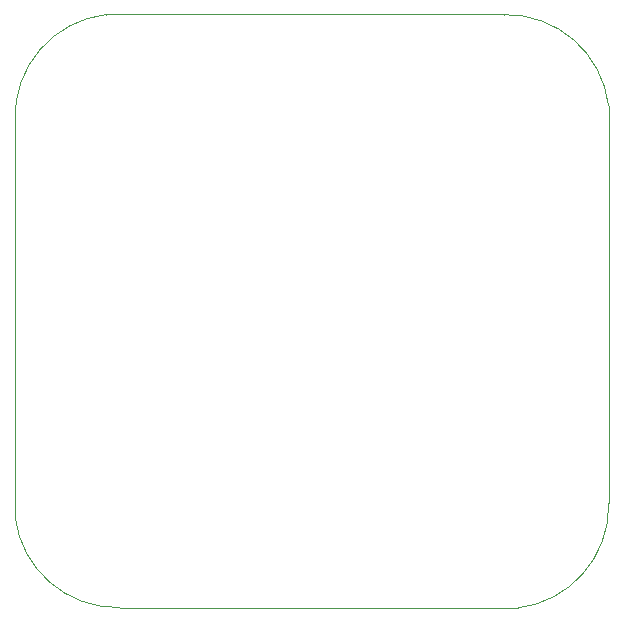
<source format=gbr>
%TF.GenerationSoftware,Altium Limited,Altium Designer,25.6.2 (33)*%
G04 Layer_Color=0*
%FSLAX45Y45*%
%MOMM*%
%TF.SameCoordinates,DFF603B5-40A5-4244-BDFB-F1AFFF763E5F*%
%TF.FilePolarity,Positive*%
%TF.FileFunction,Profile,NP*%
%TF.Part,Single*%
G01*
G75*
%TA.AperFunction,Profile*%
%ADD54C,0.02540*%
D54*
X-12738Y758000D02*
Y4114423D01*
X-12513Y4121793D01*
D02*
G02*
X758496Y5012126I872938J23060D01*
G01*
X760064Y5012213D01*
X4122654Y5012213D01*
X4127876Y5011093D01*
D02*
G02*
X5012651Y4239957I17501J-873067D01*
G01*
X5012738Y4238470D01*
Y882124D01*
X5013663Y877682D01*
D02*
G02*
X5013968Y854622I-872938J-23060D01*
G01*
D02*
G02*
X4242654Y-12651I-873242J0D01*
G01*
X4241168Y-12738D01*
X881104D01*
X872194Y-9103D01*
D02*
G02*
X-12738Y758000I-17572J873066D01*
G01*
%TF.MD5,6cdf0020344c7c64c3f00c5e70722d40*%
M02*

</source>
